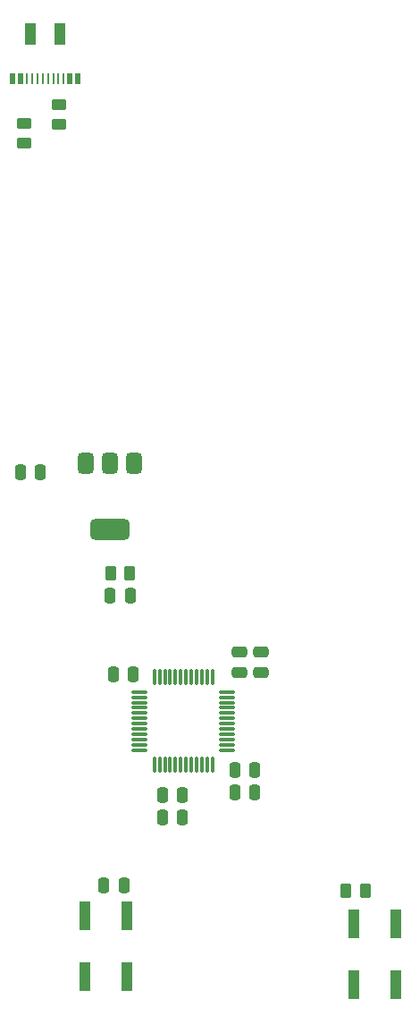
<source format=gbr>
G04 #@! TF.GenerationSoftware,KiCad,Pcbnew,8.0.8*
G04 #@! TF.CreationDate,2025-03-04T19:25:46+11:00*
G04 #@! TF.ProjectId,jethro_mk2,6a657468-726f-45f6-9d6b-322e6b696361,rev?*
G04 #@! TF.SameCoordinates,Original*
G04 #@! TF.FileFunction,Paste,Bot*
G04 #@! TF.FilePolarity,Positive*
%FSLAX46Y46*%
G04 Gerber Fmt 4.6, Leading zero omitted, Abs format (unit mm)*
G04 Created by KiCad (PCBNEW 8.0.8) date 2025-03-04 19:25:46*
%MOMM*%
%LPD*%
G01*
G04 APERTURE LIST*
G04 Aperture macros list*
%AMRoundRect*
0 Rectangle with rounded corners*
0 $1 Rounding radius*
0 $2 $3 $4 $5 $6 $7 $8 $9 X,Y pos of 4 corners*
0 Add a 4 corners polygon primitive as box body*
4,1,4,$2,$3,$4,$5,$6,$7,$8,$9,$2,$3,0*
0 Add four circle primitives for the rounded corners*
1,1,$1+$1,$2,$3*
1,1,$1+$1,$4,$5*
1,1,$1+$1,$6,$7*
1,1,$1+$1,$8,$9*
0 Add four rect primitives between the rounded corners*
20,1,$1+$1,$2,$3,$4,$5,0*
20,1,$1+$1,$4,$5,$6,$7,0*
20,1,$1+$1,$6,$7,$8,$9,0*
20,1,$1+$1,$8,$9,$2,$3,0*%
G04 Aperture macros list end*
%ADD10RoundRect,0.250000X0.250000X0.475000X-0.250000X0.475000X-0.250000X-0.475000X0.250000X-0.475000X0*%
%ADD11R,1.000000X2.800000*%
%ADD12R,1.000000X2.000000*%
%ADD13R,0.520000X1.000000*%
%ADD14R,0.270000X1.000000*%
%ADD15RoundRect,0.250000X0.475000X-0.250000X0.475000X0.250000X-0.475000X0.250000X-0.475000X-0.250000X0*%
%ADD16RoundRect,0.075000X0.075000X-0.662500X0.075000X0.662500X-0.075000X0.662500X-0.075000X-0.662500X0*%
%ADD17RoundRect,0.075000X0.662500X-0.075000X0.662500X0.075000X-0.662500X0.075000X-0.662500X-0.075000X0*%
%ADD18RoundRect,0.250000X-0.450000X0.262500X-0.450000X-0.262500X0.450000X-0.262500X0.450000X0.262500X0*%
%ADD19RoundRect,0.250000X0.262500X0.450000X-0.262500X0.450000X-0.262500X-0.450000X0.262500X-0.450000X0*%
%ADD20RoundRect,0.375000X-0.375000X0.625000X-0.375000X-0.625000X0.375000X-0.625000X0.375000X0.625000X0*%
%ADD21RoundRect,0.500000X-1.400000X0.500000X-1.400000X-0.500000X1.400000X-0.500000X1.400000X0.500000X0*%
%ADD22RoundRect,0.250000X-0.250000X-0.475000X0.250000X-0.475000X0.250000X0.475000X-0.250000X0.475000X0*%
%ADD23RoundRect,0.250000X-0.262500X-0.450000X0.262500X-0.450000X0.262500X0.450000X-0.262500X0.450000X0*%
G04 APERTURE END LIST*
D10*
X259375000Y-65575000D03*
X257475000Y-65575000D03*
D11*
X293100000Y-114125000D03*
X293100000Y-108325000D03*
X289100000Y-114125000D03*
X289100000Y-108325000D03*
D10*
X267300000Y-104675000D03*
X265400000Y-104675000D03*
D12*
X258450000Y-24150000D03*
X261250000Y-24150000D03*
D13*
X256750000Y-28350000D03*
X257500000Y-28350000D03*
D14*
X258100000Y-28350000D03*
X259600000Y-28350000D03*
X260600000Y-28350000D03*
X261600000Y-28350000D03*
D13*
X262200000Y-28350000D03*
X262950000Y-28350000D03*
X262950000Y-28350000D03*
X262200000Y-28350000D03*
D14*
X261100000Y-28350000D03*
X260100000Y-28350000D03*
X259100000Y-28350000D03*
X258600000Y-28350000D03*
D13*
X257500000Y-28350000D03*
X256750000Y-28350000D03*
D15*
X280275000Y-84525000D03*
X280275000Y-82625000D03*
D16*
X275687500Y-93312500D03*
X275187500Y-93312500D03*
X274687500Y-93312500D03*
X274187500Y-93312500D03*
X273687500Y-93312500D03*
X273187500Y-93312500D03*
X272687500Y-93312500D03*
X272187500Y-93312500D03*
X271687500Y-93312500D03*
X271187500Y-93312500D03*
X270687500Y-93312500D03*
X270187500Y-93312500D03*
D17*
X268775000Y-91900000D03*
X268775000Y-91400000D03*
X268775000Y-90900000D03*
X268775000Y-90400000D03*
X268775000Y-89900000D03*
X268775000Y-89400000D03*
X268775000Y-88900000D03*
X268775000Y-88400000D03*
X268775000Y-87900000D03*
X268775000Y-87400000D03*
X268775000Y-86900000D03*
X268775000Y-86400000D03*
D16*
X270187500Y-84987500D03*
X270687500Y-84987500D03*
X271187500Y-84987500D03*
X271687500Y-84987500D03*
X272187500Y-84987500D03*
X272687500Y-84987500D03*
X273187500Y-84987500D03*
X273687500Y-84987500D03*
X274187500Y-84987500D03*
X274687500Y-84987500D03*
X275187500Y-84987500D03*
X275687500Y-84987500D03*
D17*
X277100000Y-86400000D03*
X277100000Y-86900000D03*
X277100000Y-87400000D03*
X277100000Y-87900000D03*
X277100000Y-88400000D03*
X277100000Y-88900000D03*
X277100000Y-89400000D03*
X277100000Y-89900000D03*
X277100000Y-90400000D03*
X277100000Y-90900000D03*
X277100000Y-91400000D03*
X277100000Y-91900000D03*
D18*
X257850000Y-32600000D03*
X257850000Y-34425000D03*
D11*
X263575000Y-107575000D03*
X263575000Y-113375000D03*
X267575000Y-107575000D03*
X267575000Y-113375000D03*
D19*
X290162500Y-105250000D03*
X288337500Y-105250000D03*
D20*
X263700000Y-64750000D03*
X266000000Y-64750000D03*
D21*
X266000000Y-71050000D03*
D20*
X268300000Y-64750000D03*
D22*
X266000000Y-77250000D03*
X267900000Y-77250000D03*
X277800000Y-93800000D03*
X279700000Y-93800000D03*
D18*
X261150000Y-30800000D03*
X261150000Y-32625000D03*
D10*
X268200000Y-84700000D03*
X266300000Y-84700000D03*
D23*
X266025000Y-75150000D03*
X267850000Y-75150000D03*
D22*
X270950000Y-98250000D03*
X272850000Y-98250000D03*
X277800000Y-95900000D03*
X279700000Y-95900000D03*
D15*
X278225000Y-84525000D03*
X278225000Y-82625000D03*
D22*
X270950000Y-96125000D03*
X272850000Y-96125000D03*
M02*

</source>
